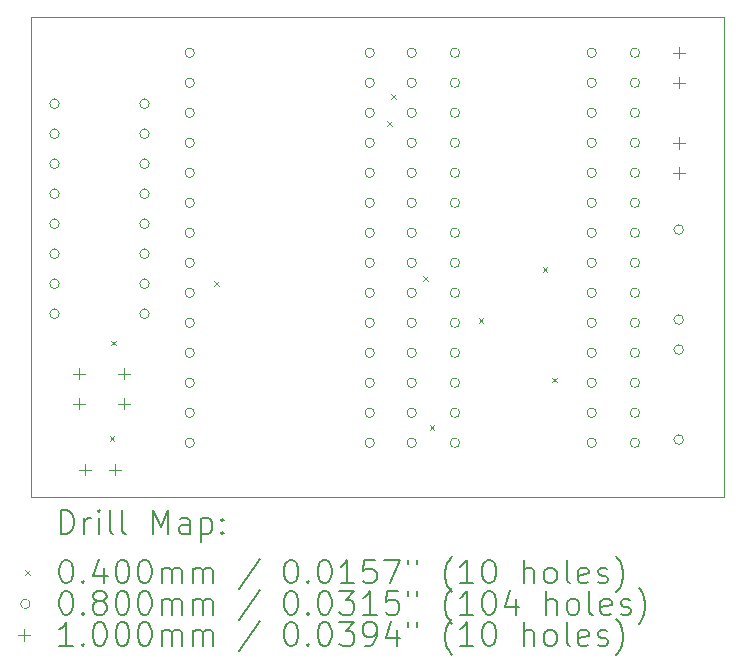
<source format=gbr>
%FSLAX45Y45*%
G04 Gerber Fmt 4.5, Leading zero omitted, Abs format (unit mm)*
G04 Created by KiCad (PCBNEW (6.0.5)) date 2024-04-20 13:37:29*
%MOMM*%
%LPD*%
G01*
G04 APERTURE LIST*
%TA.AperFunction,Profile*%
%ADD10C,0.100000*%
%TD*%
%ADD11C,0.200000*%
%ADD12C,0.040000*%
%ADD13C,0.080000*%
%ADD14C,0.100000*%
G04 APERTURE END LIST*
D10*
X16764000Y-8559800D02*
X16764000Y-12623800D01*
X16764000Y-12623800D02*
X10896600Y-12623800D01*
X10896600Y-8559800D02*
X16764000Y-8559800D01*
X10896600Y-12623800D02*
X10896600Y-8559800D01*
D11*
D12*
X11565430Y-12110630D02*
X11605430Y-12150630D01*
X11605430Y-12110630D02*
X11565430Y-12150630D01*
X11575360Y-11302790D02*
X11615360Y-11342790D01*
X11615360Y-11302790D02*
X11575360Y-11342790D01*
X12448740Y-10802660D02*
X12488740Y-10842660D01*
X12488740Y-10802660D02*
X12448740Y-10842660D01*
X13915730Y-9446030D02*
X13955730Y-9486030D01*
X13955730Y-9446030D02*
X13915730Y-9486030D01*
X13949950Y-9214610D02*
X13989950Y-9254610D01*
X13989950Y-9214610D02*
X13949950Y-9254610D01*
X14220760Y-10755930D02*
X14260760Y-10795930D01*
X14260760Y-10755930D02*
X14220760Y-10795930D01*
X14273790Y-12021100D02*
X14313790Y-12061100D01*
X14313790Y-12021100D02*
X14273790Y-12061100D01*
X14689850Y-11113820D02*
X14729850Y-11153820D01*
X14729850Y-11113820D02*
X14689850Y-11153820D01*
X15230640Y-10683240D02*
X15270640Y-10723240D01*
X15270640Y-10683240D02*
X15230640Y-10723240D01*
X15309700Y-11615910D02*
X15349700Y-11655910D01*
X15349700Y-11615910D02*
X15309700Y-11655910D01*
D13*
X11138800Y-9297400D02*
G75*
G03*
X11138800Y-9297400I-40000J0D01*
G01*
X11138800Y-9551400D02*
G75*
G03*
X11138800Y-9551400I-40000J0D01*
G01*
X11138800Y-9805400D02*
G75*
G03*
X11138800Y-9805400I-40000J0D01*
G01*
X11138800Y-10059400D02*
G75*
G03*
X11138800Y-10059400I-40000J0D01*
G01*
X11138800Y-10313400D02*
G75*
G03*
X11138800Y-10313400I-40000J0D01*
G01*
X11138800Y-10567400D02*
G75*
G03*
X11138800Y-10567400I-40000J0D01*
G01*
X11138800Y-10821400D02*
G75*
G03*
X11138800Y-10821400I-40000J0D01*
G01*
X11138800Y-11075400D02*
G75*
G03*
X11138800Y-11075400I-40000J0D01*
G01*
X11900800Y-9297400D02*
G75*
G03*
X11900800Y-9297400I-40000J0D01*
G01*
X11900800Y-9551400D02*
G75*
G03*
X11900800Y-9551400I-40000J0D01*
G01*
X11900800Y-9805400D02*
G75*
G03*
X11900800Y-9805400I-40000J0D01*
G01*
X11900800Y-10059400D02*
G75*
G03*
X11900800Y-10059400I-40000J0D01*
G01*
X11900800Y-10313400D02*
G75*
G03*
X11900800Y-10313400I-40000J0D01*
G01*
X11900800Y-10567400D02*
G75*
G03*
X11900800Y-10567400I-40000J0D01*
G01*
X11900800Y-10821400D02*
G75*
G03*
X11900800Y-10821400I-40000J0D01*
G01*
X11900800Y-11075400D02*
G75*
G03*
X11900800Y-11075400I-40000J0D01*
G01*
X12283300Y-8866100D02*
G75*
G03*
X12283300Y-8866100I-40000J0D01*
G01*
X12283300Y-9120100D02*
G75*
G03*
X12283300Y-9120100I-40000J0D01*
G01*
X12283300Y-9374100D02*
G75*
G03*
X12283300Y-9374100I-40000J0D01*
G01*
X12283300Y-9628100D02*
G75*
G03*
X12283300Y-9628100I-40000J0D01*
G01*
X12283300Y-9882100D02*
G75*
G03*
X12283300Y-9882100I-40000J0D01*
G01*
X12283300Y-10136100D02*
G75*
G03*
X12283300Y-10136100I-40000J0D01*
G01*
X12283300Y-10390100D02*
G75*
G03*
X12283300Y-10390100I-40000J0D01*
G01*
X12283300Y-10644100D02*
G75*
G03*
X12283300Y-10644100I-40000J0D01*
G01*
X12283300Y-10898100D02*
G75*
G03*
X12283300Y-10898100I-40000J0D01*
G01*
X12283300Y-11152100D02*
G75*
G03*
X12283300Y-11152100I-40000J0D01*
G01*
X12283300Y-11406100D02*
G75*
G03*
X12283300Y-11406100I-40000J0D01*
G01*
X12283300Y-11660100D02*
G75*
G03*
X12283300Y-11660100I-40000J0D01*
G01*
X12283300Y-11914100D02*
G75*
G03*
X12283300Y-11914100I-40000J0D01*
G01*
X12283300Y-12168100D02*
G75*
G03*
X12283300Y-12168100I-40000J0D01*
G01*
X13807300Y-8866100D02*
G75*
G03*
X13807300Y-8866100I-40000J0D01*
G01*
X13807300Y-9120100D02*
G75*
G03*
X13807300Y-9120100I-40000J0D01*
G01*
X13807300Y-9374100D02*
G75*
G03*
X13807300Y-9374100I-40000J0D01*
G01*
X13807300Y-9628100D02*
G75*
G03*
X13807300Y-9628100I-40000J0D01*
G01*
X13807300Y-9882100D02*
G75*
G03*
X13807300Y-9882100I-40000J0D01*
G01*
X13807300Y-10136100D02*
G75*
G03*
X13807300Y-10136100I-40000J0D01*
G01*
X13807300Y-10390100D02*
G75*
G03*
X13807300Y-10390100I-40000J0D01*
G01*
X13807300Y-10644100D02*
G75*
G03*
X13807300Y-10644100I-40000J0D01*
G01*
X13807300Y-10898100D02*
G75*
G03*
X13807300Y-10898100I-40000J0D01*
G01*
X13807300Y-11152100D02*
G75*
G03*
X13807300Y-11152100I-40000J0D01*
G01*
X13807300Y-11406100D02*
G75*
G03*
X13807300Y-11406100I-40000J0D01*
G01*
X13807300Y-11660100D02*
G75*
G03*
X13807300Y-11660100I-40000J0D01*
G01*
X13807300Y-11914100D02*
G75*
G03*
X13807300Y-11914100I-40000J0D01*
G01*
X13807300Y-12168100D02*
G75*
G03*
X13807300Y-12168100I-40000J0D01*
G01*
X14162900Y-8866100D02*
G75*
G03*
X14162900Y-8866100I-40000J0D01*
G01*
X14162900Y-9120100D02*
G75*
G03*
X14162900Y-9120100I-40000J0D01*
G01*
X14162900Y-9374100D02*
G75*
G03*
X14162900Y-9374100I-40000J0D01*
G01*
X14162900Y-9628100D02*
G75*
G03*
X14162900Y-9628100I-40000J0D01*
G01*
X14162900Y-9882100D02*
G75*
G03*
X14162900Y-9882100I-40000J0D01*
G01*
X14162900Y-10136100D02*
G75*
G03*
X14162900Y-10136100I-40000J0D01*
G01*
X14162900Y-10390100D02*
G75*
G03*
X14162900Y-10390100I-40000J0D01*
G01*
X14162900Y-10644100D02*
G75*
G03*
X14162900Y-10644100I-40000J0D01*
G01*
X14162900Y-10898100D02*
G75*
G03*
X14162900Y-10898100I-40000J0D01*
G01*
X14162900Y-11152100D02*
G75*
G03*
X14162900Y-11152100I-40000J0D01*
G01*
X14162900Y-11406100D02*
G75*
G03*
X14162900Y-11406100I-40000J0D01*
G01*
X14162900Y-11660100D02*
G75*
G03*
X14162900Y-11660100I-40000J0D01*
G01*
X14162900Y-11914100D02*
G75*
G03*
X14162900Y-11914100I-40000J0D01*
G01*
X14162900Y-12168100D02*
G75*
G03*
X14162900Y-12168100I-40000J0D01*
G01*
X14528100Y-8866100D02*
G75*
G03*
X14528100Y-8866100I-40000J0D01*
G01*
X14528100Y-9120100D02*
G75*
G03*
X14528100Y-9120100I-40000J0D01*
G01*
X14528100Y-9374100D02*
G75*
G03*
X14528100Y-9374100I-40000J0D01*
G01*
X14528100Y-9628100D02*
G75*
G03*
X14528100Y-9628100I-40000J0D01*
G01*
X14528100Y-9882100D02*
G75*
G03*
X14528100Y-9882100I-40000J0D01*
G01*
X14528100Y-10136100D02*
G75*
G03*
X14528100Y-10136100I-40000J0D01*
G01*
X14528100Y-10390100D02*
G75*
G03*
X14528100Y-10390100I-40000J0D01*
G01*
X14528100Y-10644100D02*
G75*
G03*
X14528100Y-10644100I-40000J0D01*
G01*
X14528100Y-10898100D02*
G75*
G03*
X14528100Y-10898100I-40000J0D01*
G01*
X14528100Y-11152100D02*
G75*
G03*
X14528100Y-11152100I-40000J0D01*
G01*
X14528100Y-11406100D02*
G75*
G03*
X14528100Y-11406100I-40000J0D01*
G01*
X14528100Y-11660100D02*
G75*
G03*
X14528100Y-11660100I-40000J0D01*
G01*
X14528100Y-11914100D02*
G75*
G03*
X14528100Y-11914100I-40000J0D01*
G01*
X14528100Y-12168100D02*
G75*
G03*
X14528100Y-12168100I-40000J0D01*
G01*
X15686900Y-8866100D02*
G75*
G03*
X15686900Y-8866100I-40000J0D01*
G01*
X15686900Y-9120100D02*
G75*
G03*
X15686900Y-9120100I-40000J0D01*
G01*
X15686900Y-9374100D02*
G75*
G03*
X15686900Y-9374100I-40000J0D01*
G01*
X15686900Y-9628100D02*
G75*
G03*
X15686900Y-9628100I-40000J0D01*
G01*
X15686900Y-9882100D02*
G75*
G03*
X15686900Y-9882100I-40000J0D01*
G01*
X15686900Y-10136100D02*
G75*
G03*
X15686900Y-10136100I-40000J0D01*
G01*
X15686900Y-10390100D02*
G75*
G03*
X15686900Y-10390100I-40000J0D01*
G01*
X15686900Y-10644100D02*
G75*
G03*
X15686900Y-10644100I-40000J0D01*
G01*
X15686900Y-10898100D02*
G75*
G03*
X15686900Y-10898100I-40000J0D01*
G01*
X15686900Y-11152100D02*
G75*
G03*
X15686900Y-11152100I-40000J0D01*
G01*
X15686900Y-11406100D02*
G75*
G03*
X15686900Y-11406100I-40000J0D01*
G01*
X15686900Y-11660100D02*
G75*
G03*
X15686900Y-11660100I-40000J0D01*
G01*
X15686900Y-11914100D02*
G75*
G03*
X15686900Y-11914100I-40000J0D01*
G01*
X15686900Y-12168100D02*
G75*
G03*
X15686900Y-12168100I-40000J0D01*
G01*
X16052100Y-8866100D02*
G75*
G03*
X16052100Y-8866100I-40000J0D01*
G01*
X16052100Y-9120100D02*
G75*
G03*
X16052100Y-9120100I-40000J0D01*
G01*
X16052100Y-9374100D02*
G75*
G03*
X16052100Y-9374100I-40000J0D01*
G01*
X16052100Y-9628100D02*
G75*
G03*
X16052100Y-9628100I-40000J0D01*
G01*
X16052100Y-9882100D02*
G75*
G03*
X16052100Y-9882100I-40000J0D01*
G01*
X16052100Y-10136100D02*
G75*
G03*
X16052100Y-10136100I-40000J0D01*
G01*
X16052100Y-10390100D02*
G75*
G03*
X16052100Y-10390100I-40000J0D01*
G01*
X16052100Y-10644100D02*
G75*
G03*
X16052100Y-10644100I-40000J0D01*
G01*
X16052100Y-10898100D02*
G75*
G03*
X16052100Y-10898100I-40000J0D01*
G01*
X16052100Y-11152100D02*
G75*
G03*
X16052100Y-11152100I-40000J0D01*
G01*
X16052100Y-11406100D02*
G75*
G03*
X16052100Y-11406100I-40000J0D01*
G01*
X16052100Y-11660100D02*
G75*
G03*
X16052100Y-11660100I-40000J0D01*
G01*
X16052100Y-11914100D02*
G75*
G03*
X16052100Y-11914100I-40000J0D01*
G01*
X16052100Y-12168100D02*
G75*
G03*
X16052100Y-12168100I-40000J0D01*
G01*
X16423000Y-10363200D02*
G75*
G03*
X16423000Y-10363200I-40000J0D01*
G01*
X16423000Y-11125200D02*
G75*
G03*
X16423000Y-11125200I-40000J0D01*
G01*
X16423000Y-11379200D02*
G75*
G03*
X16423000Y-11379200I-40000J0D01*
G01*
X16423000Y-12141200D02*
G75*
G03*
X16423000Y-12141200I-40000J0D01*
G01*
D14*
X11303000Y-11531900D02*
X11303000Y-11631900D01*
X11253000Y-11581900D02*
X11353000Y-11581900D01*
X11303000Y-11785900D02*
X11303000Y-11885900D01*
X11253000Y-11835900D02*
X11353000Y-11835900D01*
X11353800Y-12345200D02*
X11353800Y-12445200D01*
X11303800Y-12395200D02*
X11403800Y-12395200D01*
X11607800Y-12345200D02*
X11607800Y-12445200D01*
X11557800Y-12395200D02*
X11657800Y-12395200D01*
X11684000Y-11531900D02*
X11684000Y-11631900D01*
X11634000Y-11581900D02*
X11734000Y-11581900D01*
X11684000Y-11785900D02*
X11684000Y-11885900D01*
X11634000Y-11835900D02*
X11734000Y-11835900D01*
X16383000Y-8814600D02*
X16383000Y-8914600D01*
X16333000Y-8864600D02*
X16433000Y-8864600D01*
X16383000Y-9068600D02*
X16383000Y-9168600D01*
X16333000Y-9118600D02*
X16433000Y-9118600D01*
X16383000Y-9577100D02*
X16383000Y-9677100D01*
X16333000Y-9627100D02*
X16433000Y-9627100D01*
X16383000Y-9831100D02*
X16383000Y-9931100D01*
X16333000Y-9881100D02*
X16433000Y-9881100D01*
D11*
X11149219Y-12939276D02*
X11149219Y-12739276D01*
X11196838Y-12739276D01*
X11225409Y-12748800D01*
X11244457Y-12767848D01*
X11253981Y-12786895D01*
X11263505Y-12824990D01*
X11263505Y-12853562D01*
X11253981Y-12891657D01*
X11244457Y-12910705D01*
X11225409Y-12929752D01*
X11196838Y-12939276D01*
X11149219Y-12939276D01*
X11349219Y-12939276D02*
X11349219Y-12805943D01*
X11349219Y-12844038D02*
X11358743Y-12824990D01*
X11368267Y-12815467D01*
X11387314Y-12805943D01*
X11406362Y-12805943D01*
X11473028Y-12939276D02*
X11473028Y-12805943D01*
X11473028Y-12739276D02*
X11463505Y-12748800D01*
X11473028Y-12758324D01*
X11482552Y-12748800D01*
X11473028Y-12739276D01*
X11473028Y-12758324D01*
X11596838Y-12939276D02*
X11577790Y-12929752D01*
X11568267Y-12910705D01*
X11568267Y-12739276D01*
X11701600Y-12939276D02*
X11682552Y-12929752D01*
X11673028Y-12910705D01*
X11673028Y-12739276D01*
X11930171Y-12939276D02*
X11930171Y-12739276D01*
X11996838Y-12882133D01*
X12063505Y-12739276D01*
X12063505Y-12939276D01*
X12244457Y-12939276D02*
X12244457Y-12834514D01*
X12234933Y-12815467D01*
X12215886Y-12805943D01*
X12177790Y-12805943D01*
X12158743Y-12815467D01*
X12244457Y-12929752D02*
X12225409Y-12939276D01*
X12177790Y-12939276D01*
X12158743Y-12929752D01*
X12149219Y-12910705D01*
X12149219Y-12891657D01*
X12158743Y-12872609D01*
X12177790Y-12863086D01*
X12225409Y-12863086D01*
X12244457Y-12853562D01*
X12339695Y-12805943D02*
X12339695Y-13005943D01*
X12339695Y-12815467D02*
X12358743Y-12805943D01*
X12396838Y-12805943D01*
X12415886Y-12815467D01*
X12425409Y-12824990D01*
X12434933Y-12844038D01*
X12434933Y-12901181D01*
X12425409Y-12920228D01*
X12415886Y-12929752D01*
X12396838Y-12939276D01*
X12358743Y-12939276D01*
X12339695Y-12929752D01*
X12520648Y-12920228D02*
X12530171Y-12929752D01*
X12520648Y-12939276D01*
X12511124Y-12929752D01*
X12520648Y-12920228D01*
X12520648Y-12939276D01*
X12520648Y-12815467D02*
X12530171Y-12824990D01*
X12520648Y-12834514D01*
X12511124Y-12824990D01*
X12520648Y-12815467D01*
X12520648Y-12834514D01*
D12*
X10851600Y-13248800D02*
X10891600Y-13288800D01*
X10891600Y-13248800D02*
X10851600Y-13288800D01*
D11*
X11187314Y-13159276D02*
X11206362Y-13159276D01*
X11225409Y-13168800D01*
X11234933Y-13178324D01*
X11244457Y-13197371D01*
X11253981Y-13235467D01*
X11253981Y-13283086D01*
X11244457Y-13321181D01*
X11234933Y-13340228D01*
X11225409Y-13349752D01*
X11206362Y-13359276D01*
X11187314Y-13359276D01*
X11168267Y-13349752D01*
X11158743Y-13340228D01*
X11149219Y-13321181D01*
X11139695Y-13283086D01*
X11139695Y-13235467D01*
X11149219Y-13197371D01*
X11158743Y-13178324D01*
X11168267Y-13168800D01*
X11187314Y-13159276D01*
X11339695Y-13340228D02*
X11349219Y-13349752D01*
X11339695Y-13359276D01*
X11330171Y-13349752D01*
X11339695Y-13340228D01*
X11339695Y-13359276D01*
X11520648Y-13225943D02*
X11520648Y-13359276D01*
X11473028Y-13149752D02*
X11425409Y-13292609D01*
X11549219Y-13292609D01*
X11663505Y-13159276D02*
X11682552Y-13159276D01*
X11701600Y-13168800D01*
X11711124Y-13178324D01*
X11720648Y-13197371D01*
X11730171Y-13235467D01*
X11730171Y-13283086D01*
X11720648Y-13321181D01*
X11711124Y-13340228D01*
X11701600Y-13349752D01*
X11682552Y-13359276D01*
X11663505Y-13359276D01*
X11644457Y-13349752D01*
X11634933Y-13340228D01*
X11625409Y-13321181D01*
X11615886Y-13283086D01*
X11615886Y-13235467D01*
X11625409Y-13197371D01*
X11634933Y-13178324D01*
X11644457Y-13168800D01*
X11663505Y-13159276D01*
X11853981Y-13159276D02*
X11873028Y-13159276D01*
X11892076Y-13168800D01*
X11901600Y-13178324D01*
X11911124Y-13197371D01*
X11920648Y-13235467D01*
X11920648Y-13283086D01*
X11911124Y-13321181D01*
X11901600Y-13340228D01*
X11892076Y-13349752D01*
X11873028Y-13359276D01*
X11853981Y-13359276D01*
X11834933Y-13349752D01*
X11825409Y-13340228D01*
X11815886Y-13321181D01*
X11806362Y-13283086D01*
X11806362Y-13235467D01*
X11815886Y-13197371D01*
X11825409Y-13178324D01*
X11834933Y-13168800D01*
X11853981Y-13159276D01*
X12006362Y-13359276D02*
X12006362Y-13225943D01*
X12006362Y-13244990D02*
X12015886Y-13235467D01*
X12034933Y-13225943D01*
X12063505Y-13225943D01*
X12082552Y-13235467D01*
X12092076Y-13254514D01*
X12092076Y-13359276D01*
X12092076Y-13254514D02*
X12101600Y-13235467D01*
X12120648Y-13225943D01*
X12149219Y-13225943D01*
X12168267Y-13235467D01*
X12177790Y-13254514D01*
X12177790Y-13359276D01*
X12273028Y-13359276D02*
X12273028Y-13225943D01*
X12273028Y-13244990D02*
X12282552Y-13235467D01*
X12301600Y-13225943D01*
X12330171Y-13225943D01*
X12349219Y-13235467D01*
X12358743Y-13254514D01*
X12358743Y-13359276D01*
X12358743Y-13254514D02*
X12368267Y-13235467D01*
X12387314Y-13225943D01*
X12415886Y-13225943D01*
X12434933Y-13235467D01*
X12444457Y-13254514D01*
X12444457Y-13359276D01*
X12834933Y-13149752D02*
X12663505Y-13406895D01*
X13092076Y-13159276D02*
X13111124Y-13159276D01*
X13130171Y-13168800D01*
X13139695Y-13178324D01*
X13149219Y-13197371D01*
X13158743Y-13235467D01*
X13158743Y-13283086D01*
X13149219Y-13321181D01*
X13139695Y-13340228D01*
X13130171Y-13349752D01*
X13111124Y-13359276D01*
X13092076Y-13359276D01*
X13073028Y-13349752D01*
X13063505Y-13340228D01*
X13053981Y-13321181D01*
X13044457Y-13283086D01*
X13044457Y-13235467D01*
X13053981Y-13197371D01*
X13063505Y-13178324D01*
X13073028Y-13168800D01*
X13092076Y-13159276D01*
X13244457Y-13340228D02*
X13253981Y-13349752D01*
X13244457Y-13359276D01*
X13234933Y-13349752D01*
X13244457Y-13340228D01*
X13244457Y-13359276D01*
X13377790Y-13159276D02*
X13396838Y-13159276D01*
X13415886Y-13168800D01*
X13425409Y-13178324D01*
X13434933Y-13197371D01*
X13444457Y-13235467D01*
X13444457Y-13283086D01*
X13434933Y-13321181D01*
X13425409Y-13340228D01*
X13415886Y-13349752D01*
X13396838Y-13359276D01*
X13377790Y-13359276D01*
X13358743Y-13349752D01*
X13349219Y-13340228D01*
X13339695Y-13321181D01*
X13330171Y-13283086D01*
X13330171Y-13235467D01*
X13339695Y-13197371D01*
X13349219Y-13178324D01*
X13358743Y-13168800D01*
X13377790Y-13159276D01*
X13634933Y-13359276D02*
X13520648Y-13359276D01*
X13577790Y-13359276D02*
X13577790Y-13159276D01*
X13558743Y-13187848D01*
X13539695Y-13206895D01*
X13520648Y-13216419D01*
X13815886Y-13159276D02*
X13720648Y-13159276D01*
X13711124Y-13254514D01*
X13720648Y-13244990D01*
X13739695Y-13235467D01*
X13787314Y-13235467D01*
X13806362Y-13244990D01*
X13815886Y-13254514D01*
X13825409Y-13273562D01*
X13825409Y-13321181D01*
X13815886Y-13340228D01*
X13806362Y-13349752D01*
X13787314Y-13359276D01*
X13739695Y-13359276D01*
X13720648Y-13349752D01*
X13711124Y-13340228D01*
X13892076Y-13159276D02*
X14025409Y-13159276D01*
X13939695Y-13359276D01*
X14092076Y-13159276D02*
X14092076Y-13197371D01*
X14168267Y-13159276D02*
X14168267Y-13197371D01*
X14463505Y-13435467D02*
X14453981Y-13425943D01*
X14434933Y-13397371D01*
X14425409Y-13378324D01*
X14415886Y-13349752D01*
X14406362Y-13302133D01*
X14406362Y-13264038D01*
X14415886Y-13216419D01*
X14425409Y-13187848D01*
X14434933Y-13168800D01*
X14453981Y-13140228D01*
X14463505Y-13130705D01*
X14644457Y-13359276D02*
X14530171Y-13359276D01*
X14587314Y-13359276D02*
X14587314Y-13159276D01*
X14568267Y-13187848D01*
X14549219Y-13206895D01*
X14530171Y-13216419D01*
X14768267Y-13159276D02*
X14787314Y-13159276D01*
X14806362Y-13168800D01*
X14815886Y-13178324D01*
X14825409Y-13197371D01*
X14834933Y-13235467D01*
X14834933Y-13283086D01*
X14825409Y-13321181D01*
X14815886Y-13340228D01*
X14806362Y-13349752D01*
X14787314Y-13359276D01*
X14768267Y-13359276D01*
X14749219Y-13349752D01*
X14739695Y-13340228D01*
X14730171Y-13321181D01*
X14720648Y-13283086D01*
X14720648Y-13235467D01*
X14730171Y-13197371D01*
X14739695Y-13178324D01*
X14749219Y-13168800D01*
X14768267Y-13159276D01*
X15073028Y-13359276D02*
X15073028Y-13159276D01*
X15158743Y-13359276D02*
X15158743Y-13254514D01*
X15149219Y-13235467D01*
X15130171Y-13225943D01*
X15101600Y-13225943D01*
X15082552Y-13235467D01*
X15073028Y-13244990D01*
X15282552Y-13359276D02*
X15263505Y-13349752D01*
X15253981Y-13340228D01*
X15244457Y-13321181D01*
X15244457Y-13264038D01*
X15253981Y-13244990D01*
X15263505Y-13235467D01*
X15282552Y-13225943D01*
X15311124Y-13225943D01*
X15330171Y-13235467D01*
X15339695Y-13244990D01*
X15349219Y-13264038D01*
X15349219Y-13321181D01*
X15339695Y-13340228D01*
X15330171Y-13349752D01*
X15311124Y-13359276D01*
X15282552Y-13359276D01*
X15463505Y-13359276D02*
X15444457Y-13349752D01*
X15434933Y-13330705D01*
X15434933Y-13159276D01*
X15615886Y-13349752D02*
X15596838Y-13359276D01*
X15558743Y-13359276D01*
X15539695Y-13349752D01*
X15530171Y-13330705D01*
X15530171Y-13254514D01*
X15539695Y-13235467D01*
X15558743Y-13225943D01*
X15596838Y-13225943D01*
X15615886Y-13235467D01*
X15625409Y-13254514D01*
X15625409Y-13273562D01*
X15530171Y-13292609D01*
X15701600Y-13349752D02*
X15720648Y-13359276D01*
X15758743Y-13359276D01*
X15777790Y-13349752D01*
X15787314Y-13330705D01*
X15787314Y-13321181D01*
X15777790Y-13302133D01*
X15758743Y-13292609D01*
X15730171Y-13292609D01*
X15711124Y-13283086D01*
X15701600Y-13264038D01*
X15701600Y-13254514D01*
X15711124Y-13235467D01*
X15730171Y-13225943D01*
X15758743Y-13225943D01*
X15777790Y-13235467D01*
X15853981Y-13435467D02*
X15863505Y-13425943D01*
X15882552Y-13397371D01*
X15892076Y-13378324D01*
X15901600Y-13349752D01*
X15911124Y-13302133D01*
X15911124Y-13264038D01*
X15901600Y-13216419D01*
X15892076Y-13187848D01*
X15882552Y-13168800D01*
X15863505Y-13140228D01*
X15853981Y-13130705D01*
D13*
X10891600Y-13532800D02*
G75*
G03*
X10891600Y-13532800I-40000J0D01*
G01*
D11*
X11187314Y-13423276D02*
X11206362Y-13423276D01*
X11225409Y-13432800D01*
X11234933Y-13442324D01*
X11244457Y-13461371D01*
X11253981Y-13499467D01*
X11253981Y-13547086D01*
X11244457Y-13585181D01*
X11234933Y-13604228D01*
X11225409Y-13613752D01*
X11206362Y-13623276D01*
X11187314Y-13623276D01*
X11168267Y-13613752D01*
X11158743Y-13604228D01*
X11149219Y-13585181D01*
X11139695Y-13547086D01*
X11139695Y-13499467D01*
X11149219Y-13461371D01*
X11158743Y-13442324D01*
X11168267Y-13432800D01*
X11187314Y-13423276D01*
X11339695Y-13604228D02*
X11349219Y-13613752D01*
X11339695Y-13623276D01*
X11330171Y-13613752D01*
X11339695Y-13604228D01*
X11339695Y-13623276D01*
X11463505Y-13508990D02*
X11444457Y-13499467D01*
X11434933Y-13489943D01*
X11425409Y-13470895D01*
X11425409Y-13461371D01*
X11434933Y-13442324D01*
X11444457Y-13432800D01*
X11463505Y-13423276D01*
X11501600Y-13423276D01*
X11520648Y-13432800D01*
X11530171Y-13442324D01*
X11539695Y-13461371D01*
X11539695Y-13470895D01*
X11530171Y-13489943D01*
X11520648Y-13499467D01*
X11501600Y-13508990D01*
X11463505Y-13508990D01*
X11444457Y-13518514D01*
X11434933Y-13528038D01*
X11425409Y-13547086D01*
X11425409Y-13585181D01*
X11434933Y-13604228D01*
X11444457Y-13613752D01*
X11463505Y-13623276D01*
X11501600Y-13623276D01*
X11520648Y-13613752D01*
X11530171Y-13604228D01*
X11539695Y-13585181D01*
X11539695Y-13547086D01*
X11530171Y-13528038D01*
X11520648Y-13518514D01*
X11501600Y-13508990D01*
X11663505Y-13423276D02*
X11682552Y-13423276D01*
X11701600Y-13432800D01*
X11711124Y-13442324D01*
X11720648Y-13461371D01*
X11730171Y-13499467D01*
X11730171Y-13547086D01*
X11720648Y-13585181D01*
X11711124Y-13604228D01*
X11701600Y-13613752D01*
X11682552Y-13623276D01*
X11663505Y-13623276D01*
X11644457Y-13613752D01*
X11634933Y-13604228D01*
X11625409Y-13585181D01*
X11615886Y-13547086D01*
X11615886Y-13499467D01*
X11625409Y-13461371D01*
X11634933Y-13442324D01*
X11644457Y-13432800D01*
X11663505Y-13423276D01*
X11853981Y-13423276D02*
X11873028Y-13423276D01*
X11892076Y-13432800D01*
X11901600Y-13442324D01*
X11911124Y-13461371D01*
X11920648Y-13499467D01*
X11920648Y-13547086D01*
X11911124Y-13585181D01*
X11901600Y-13604228D01*
X11892076Y-13613752D01*
X11873028Y-13623276D01*
X11853981Y-13623276D01*
X11834933Y-13613752D01*
X11825409Y-13604228D01*
X11815886Y-13585181D01*
X11806362Y-13547086D01*
X11806362Y-13499467D01*
X11815886Y-13461371D01*
X11825409Y-13442324D01*
X11834933Y-13432800D01*
X11853981Y-13423276D01*
X12006362Y-13623276D02*
X12006362Y-13489943D01*
X12006362Y-13508990D02*
X12015886Y-13499467D01*
X12034933Y-13489943D01*
X12063505Y-13489943D01*
X12082552Y-13499467D01*
X12092076Y-13518514D01*
X12092076Y-13623276D01*
X12092076Y-13518514D02*
X12101600Y-13499467D01*
X12120648Y-13489943D01*
X12149219Y-13489943D01*
X12168267Y-13499467D01*
X12177790Y-13518514D01*
X12177790Y-13623276D01*
X12273028Y-13623276D02*
X12273028Y-13489943D01*
X12273028Y-13508990D02*
X12282552Y-13499467D01*
X12301600Y-13489943D01*
X12330171Y-13489943D01*
X12349219Y-13499467D01*
X12358743Y-13518514D01*
X12358743Y-13623276D01*
X12358743Y-13518514D02*
X12368267Y-13499467D01*
X12387314Y-13489943D01*
X12415886Y-13489943D01*
X12434933Y-13499467D01*
X12444457Y-13518514D01*
X12444457Y-13623276D01*
X12834933Y-13413752D02*
X12663505Y-13670895D01*
X13092076Y-13423276D02*
X13111124Y-13423276D01*
X13130171Y-13432800D01*
X13139695Y-13442324D01*
X13149219Y-13461371D01*
X13158743Y-13499467D01*
X13158743Y-13547086D01*
X13149219Y-13585181D01*
X13139695Y-13604228D01*
X13130171Y-13613752D01*
X13111124Y-13623276D01*
X13092076Y-13623276D01*
X13073028Y-13613752D01*
X13063505Y-13604228D01*
X13053981Y-13585181D01*
X13044457Y-13547086D01*
X13044457Y-13499467D01*
X13053981Y-13461371D01*
X13063505Y-13442324D01*
X13073028Y-13432800D01*
X13092076Y-13423276D01*
X13244457Y-13604228D02*
X13253981Y-13613752D01*
X13244457Y-13623276D01*
X13234933Y-13613752D01*
X13244457Y-13604228D01*
X13244457Y-13623276D01*
X13377790Y-13423276D02*
X13396838Y-13423276D01*
X13415886Y-13432800D01*
X13425409Y-13442324D01*
X13434933Y-13461371D01*
X13444457Y-13499467D01*
X13444457Y-13547086D01*
X13434933Y-13585181D01*
X13425409Y-13604228D01*
X13415886Y-13613752D01*
X13396838Y-13623276D01*
X13377790Y-13623276D01*
X13358743Y-13613752D01*
X13349219Y-13604228D01*
X13339695Y-13585181D01*
X13330171Y-13547086D01*
X13330171Y-13499467D01*
X13339695Y-13461371D01*
X13349219Y-13442324D01*
X13358743Y-13432800D01*
X13377790Y-13423276D01*
X13511124Y-13423276D02*
X13634933Y-13423276D01*
X13568267Y-13499467D01*
X13596838Y-13499467D01*
X13615886Y-13508990D01*
X13625409Y-13518514D01*
X13634933Y-13537562D01*
X13634933Y-13585181D01*
X13625409Y-13604228D01*
X13615886Y-13613752D01*
X13596838Y-13623276D01*
X13539695Y-13623276D01*
X13520648Y-13613752D01*
X13511124Y-13604228D01*
X13825409Y-13623276D02*
X13711124Y-13623276D01*
X13768267Y-13623276D02*
X13768267Y-13423276D01*
X13749219Y-13451848D01*
X13730171Y-13470895D01*
X13711124Y-13480419D01*
X14006362Y-13423276D02*
X13911124Y-13423276D01*
X13901600Y-13518514D01*
X13911124Y-13508990D01*
X13930171Y-13499467D01*
X13977790Y-13499467D01*
X13996838Y-13508990D01*
X14006362Y-13518514D01*
X14015886Y-13537562D01*
X14015886Y-13585181D01*
X14006362Y-13604228D01*
X13996838Y-13613752D01*
X13977790Y-13623276D01*
X13930171Y-13623276D01*
X13911124Y-13613752D01*
X13901600Y-13604228D01*
X14092076Y-13423276D02*
X14092076Y-13461371D01*
X14168267Y-13423276D02*
X14168267Y-13461371D01*
X14463505Y-13699467D02*
X14453981Y-13689943D01*
X14434933Y-13661371D01*
X14425409Y-13642324D01*
X14415886Y-13613752D01*
X14406362Y-13566133D01*
X14406362Y-13528038D01*
X14415886Y-13480419D01*
X14425409Y-13451848D01*
X14434933Y-13432800D01*
X14453981Y-13404228D01*
X14463505Y-13394705D01*
X14644457Y-13623276D02*
X14530171Y-13623276D01*
X14587314Y-13623276D02*
X14587314Y-13423276D01*
X14568267Y-13451848D01*
X14549219Y-13470895D01*
X14530171Y-13480419D01*
X14768267Y-13423276D02*
X14787314Y-13423276D01*
X14806362Y-13432800D01*
X14815886Y-13442324D01*
X14825409Y-13461371D01*
X14834933Y-13499467D01*
X14834933Y-13547086D01*
X14825409Y-13585181D01*
X14815886Y-13604228D01*
X14806362Y-13613752D01*
X14787314Y-13623276D01*
X14768267Y-13623276D01*
X14749219Y-13613752D01*
X14739695Y-13604228D01*
X14730171Y-13585181D01*
X14720648Y-13547086D01*
X14720648Y-13499467D01*
X14730171Y-13461371D01*
X14739695Y-13442324D01*
X14749219Y-13432800D01*
X14768267Y-13423276D01*
X15006362Y-13489943D02*
X15006362Y-13623276D01*
X14958743Y-13413752D02*
X14911124Y-13556609D01*
X15034933Y-13556609D01*
X15263505Y-13623276D02*
X15263505Y-13423276D01*
X15349219Y-13623276D02*
X15349219Y-13518514D01*
X15339695Y-13499467D01*
X15320648Y-13489943D01*
X15292076Y-13489943D01*
X15273028Y-13499467D01*
X15263505Y-13508990D01*
X15473028Y-13623276D02*
X15453981Y-13613752D01*
X15444457Y-13604228D01*
X15434933Y-13585181D01*
X15434933Y-13528038D01*
X15444457Y-13508990D01*
X15453981Y-13499467D01*
X15473028Y-13489943D01*
X15501600Y-13489943D01*
X15520648Y-13499467D01*
X15530171Y-13508990D01*
X15539695Y-13528038D01*
X15539695Y-13585181D01*
X15530171Y-13604228D01*
X15520648Y-13613752D01*
X15501600Y-13623276D01*
X15473028Y-13623276D01*
X15653981Y-13623276D02*
X15634933Y-13613752D01*
X15625409Y-13594705D01*
X15625409Y-13423276D01*
X15806362Y-13613752D02*
X15787314Y-13623276D01*
X15749219Y-13623276D01*
X15730171Y-13613752D01*
X15720648Y-13594705D01*
X15720648Y-13518514D01*
X15730171Y-13499467D01*
X15749219Y-13489943D01*
X15787314Y-13489943D01*
X15806362Y-13499467D01*
X15815886Y-13518514D01*
X15815886Y-13537562D01*
X15720648Y-13556609D01*
X15892076Y-13613752D02*
X15911124Y-13623276D01*
X15949219Y-13623276D01*
X15968267Y-13613752D01*
X15977790Y-13594705D01*
X15977790Y-13585181D01*
X15968267Y-13566133D01*
X15949219Y-13556609D01*
X15920648Y-13556609D01*
X15901600Y-13547086D01*
X15892076Y-13528038D01*
X15892076Y-13518514D01*
X15901600Y-13499467D01*
X15920648Y-13489943D01*
X15949219Y-13489943D01*
X15968267Y-13499467D01*
X16044457Y-13699467D02*
X16053981Y-13689943D01*
X16073028Y-13661371D01*
X16082552Y-13642324D01*
X16092076Y-13613752D01*
X16101600Y-13566133D01*
X16101600Y-13528038D01*
X16092076Y-13480419D01*
X16082552Y-13451848D01*
X16073028Y-13432800D01*
X16053981Y-13404228D01*
X16044457Y-13394705D01*
D14*
X10841600Y-13746800D02*
X10841600Y-13846800D01*
X10791600Y-13796800D02*
X10891600Y-13796800D01*
D11*
X11253981Y-13887276D02*
X11139695Y-13887276D01*
X11196838Y-13887276D02*
X11196838Y-13687276D01*
X11177790Y-13715848D01*
X11158743Y-13734895D01*
X11139695Y-13744419D01*
X11339695Y-13868228D02*
X11349219Y-13877752D01*
X11339695Y-13887276D01*
X11330171Y-13877752D01*
X11339695Y-13868228D01*
X11339695Y-13887276D01*
X11473028Y-13687276D02*
X11492076Y-13687276D01*
X11511124Y-13696800D01*
X11520648Y-13706324D01*
X11530171Y-13725371D01*
X11539695Y-13763467D01*
X11539695Y-13811086D01*
X11530171Y-13849181D01*
X11520648Y-13868228D01*
X11511124Y-13877752D01*
X11492076Y-13887276D01*
X11473028Y-13887276D01*
X11453981Y-13877752D01*
X11444457Y-13868228D01*
X11434933Y-13849181D01*
X11425409Y-13811086D01*
X11425409Y-13763467D01*
X11434933Y-13725371D01*
X11444457Y-13706324D01*
X11453981Y-13696800D01*
X11473028Y-13687276D01*
X11663505Y-13687276D02*
X11682552Y-13687276D01*
X11701600Y-13696800D01*
X11711124Y-13706324D01*
X11720648Y-13725371D01*
X11730171Y-13763467D01*
X11730171Y-13811086D01*
X11720648Y-13849181D01*
X11711124Y-13868228D01*
X11701600Y-13877752D01*
X11682552Y-13887276D01*
X11663505Y-13887276D01*
X11644457Y-13877752D01*
X11634933Y-13868228D01*
X11625409Y-13849181D01*
X11615886Y-13811086D01*
X11615886Y-13763467D01*
X11625409Y-13725371D01*
X11634933Y-13706324D01*
X11644457Y-13696800D01*
X11663505Y-13687276D01*
X11853981Y-13687276D02*
X11873028Y-13687276D01*
X11892076Y-13696800D01*
X11901600Y-13706324D01*
X11911124Y-13725371D01*
X11920648Y-13763467D01*
X11920648Y-13811086D01*
X11911124Y-13849181D01*
X11901600Y-13868228D01*
X11892076Y-13877752D01*
X11873028Y-13887276D01*
X11853981Y-13887276D01*
X11834933Y-13877752D01*
X11825409Y-13868228D01*
X11815886Y-13849181D01*
X11806362Y-13811086D01*
X11806362Y-13763467D01*
X11815886Y-13725371D01*
X11825409Y-13706324D01*
X11834933Y-13696800D01*
X11853981Y-13687276D01*
X12006362Y-13887276D02*
X12006362Y-13753943D01*
X12006362Y-13772990D02*
X12015886Y-13763467D01*
X12034933Y-13753943D01*
X12063505Y-13753943D01*
X12082552Y-13763467D01*
X12092076Y-13782514D01*
X12092076Y-13887276D01*
X12092076Y-13782514D02*
X12101600Y-13763467D01*
X12120648Y-13753943D01*
X12149219Y-13753943D01*
X12168267Y-13763467D01*
X12177790Y-13782514D01*
X12177790Y-13887276D01*
X12273028Y-13887276D02*
X12273028Y-13753943D01*
X12273028Y-13772990D02*
X12282552Y-13763467D01*
X12301600Y-13753943D01*
X12330171Y-13753943D01*
X12349219Y-13763467D01*
X12358743Y-13782514D01*
X12358743Y-13887276D01*
X12358743Y-13782514D02*
X12368267Y-13763467D01*
X12387314Y-13753943D01*
X12415886Y-13753943D01*
X12434933Y-13763467D01*
X12444457Y-13782514D01*
X12444457Y-13887276D01*
X12834933Y-13677752D02*
X12663505Y-13934895D01*
X13092076Y-13687276D02*
X13111124Y-13687276D01*
X13130171Y-13696800D01*
X13139695Y-13706324D01*
X13149219Y-13725371D01*
X13158743Y-13763467D01*
X13158743Y-13811086D01*
X13149219Y-13849181D01*
X13139695Y-13868228D01*
X13130171Y-13877752D01*
X13111124Y-13887276D01*
X13092076Y-13887276D01*
X13073028Y-13877752D01*
X13063505Y-13868228D01*
X13053981Y-13849181D01*
X13044457Y-13811086D01*
X13044457Y-13763467D01*
X13053981Y-13725371D01*
X13063505Y-13706324D01*
X13073028Y-13696800D01*
X13092076Y-13687276D01*
X13244457Y-13868228D02*
X13253981Y-13877752D01*
X13244457Y-13887276D01*
X13234933Y-13877752D01*
X13244457Y-13868228D01*
X13244457Y-13887276D01*
X13377790Y-13687276D02*
X13396838Y-13687276D01*
X13415886Y-13696800D01*
X13425409Y-13706324D01*
X13434933Y-13725371D01*
X13444457Y-13763467D01*
X13444457Y-13811086D01*
X13434933Y-13849181D01*
X13425409Y-13868228D01*
X13415886Y-13877752D01*
X13396838Y-13887276D01*
X13377790Y-13887276D01*
X13358743Y-13877752D01*
X13349219Y-13868228D01*
X13339695Y-13849181D01*
X13330171Y-13811086D01*
X13330171Y-13763467D01*
X13339695Y-13725371D01*
X13349219Y-13706324D01*
X13358743Y-13696800D01*
X13377790Y-13687276D01*
X13511124Y-13687276D02*
X13634933Y-13687276D01*
X13568267Y-13763467D01*
X13596838Y-13763467D01*
X13615886Y-13772990D01*
X13625409Y-13782514D01*
X13634933Y-13801562D01*
X13634933Y-13849181D01*
X13625409Y-13868228D01*
X13615886Y-13877752D01*
X13596838Y-13887276D01*
X13539695Y-13887276D01*
X13520648Y-13877752D01*
X13511124Y-13868228D01*
X13730171Y-13887276D02*
X13768267Y-13887276D01*
X13787314Y-13877752D01*
X13796838Y-13868228D01*
X13815886Y-13839657D01*
X13825409Y-13801562D01*
X13825409Y-13725371D01*
X13815886Y-13706324D01*
X13806362Y-13696800D01*
X13787314Y-13687276D01*
X13749219Y-13687276D01*
X13730171Y-13696800D01*
X13720648Y-13706324D01*
X13711124Y-13725371D01*
X13711124Y-13772990D01*
X13720648Y-13792038D01*
X13730171Y-13801562D01*
X13749219Y-13811086D01*
X13787314Y-13811086D01*
X13806362Y-13801562D01*
X13815886Y-13792038D01*
X13825409Y-13772990D01*
X13996838Y-13753943D02*
X13996838Y-13887276D01*
X13949219Y-13677752D02*
X13901600Y-13820609D01*
X14025409Y-13820609D01*
X14092076Y-13687276D02*
X14092076Y-13725371D01*
X14168267Y-13687276D02*
X14168267Y-13725371D01*
X14463505Y-13963467D02*
X14453981Y-13953943D01*
X14434933Y-13925371D01*
X14425409Y-13906324D01*
X14415886Y-13877752D01*
X14406362Y-13830133D01*
X14406362Y-13792038D01*
X14415886Y-13744419D01*
X14425409Y-13715848D01*
X14434933Y-13696800D01*
X14453981Y-13668228D01*
X14463505Y-13658705D01*
X14644457Y-13887276D02*
X14530171Y-13887276D01*
X14587314Y-13887276D02*
X14587314Y-13687276D01*
X14568267Y-13715848D01*
X14549219Y-13734895D01*
X14530171Y-13744419D01*
X14768267Y-13687276D02*
X14787314Y-13687276D01*
X14806362Y-13696800D01*
X14815886Y-13706324D01*
X14825409Y-13725371D01*
X14834933Y-13763467D01*
X14834933Y-13811086D01*
X14825409Y-13849181D01*
X14815886Y-13868228D01*
X14806362Y-13877752D01*
X14787314Y-13887276D01*
X14768267Y-13887276D01*
X14749219Y-13877752D01*
X14739695Y-13868228D01*
X14730171Y-13849181D01*
X14720648Y-13811086D01*
X14720648Y-13763467D01*
X14730171Y-13725371D01*
X14739695Y-13706324D01*
X14749219Y-13696800D01*
X14768267Y-13687276D01*
X15073028Y-13887276D02*
X15073028Y-13687276D01*
X15158743Y-13887276D02*
X15158743Y-13782514D01*
X15149219Y-13763467D01*
X15130171Y-13753943D01*
X15101600Y-13753943D01*
X15082552Y-13763467D01*
X15073028Y-13772990D01*
X15282552Y-13887276D02*
X15263505Y-13877752D01*
X15253981Y-13868228D01*
X15244457Y-13849181D01*
X15244457Y-13792038D01*
X15253981Y-13772990D01*
X15263505Y-13763467D01*
X15282552Y-13753943D01*
X15311124Y-13753943D01*
X15330171Y-13763467D01*
X15339695Y-13772990D01*
X15349219Y-13792038D01*
X15349219Y-13849181D01*
X15339695Y-13868228D01*
X15330171Y-13877752D01*
X15311124Y-13887276D01*
X15282552Y-13887276D01*
X15463505Y-13887276D02*
X15444457Y-13877752D01*
X15434933Y-13858705D01*
X15434933Y-13687276D01*
X15615886Y-13877752D02*
X15596838Y-13887276D01*
X15558743Y-13887276D01*
X15539695Y-13877752D01*
X15530171Y-13858705D01*
X15530171Y-13782514D01*
X15539695Y-13763467D01*
X15558743Y-13753943D01*
X15596838Y-13753943D01*
X15615886Y-13763467D01*
X15625409Y-13782514D01*
X15625409Y-13801562D01*
X15530171Y-13820609D01*
X15701600Y-13877752D02*
X15720648Y-13887276D01*
X15758743Y-13887276D01*
X15777790Y-13877752D01*
X15787314Y-13858705D01*
X15787314Y-13849181D01*
X15777790Y-13830133D01*
X15758743Y-13820609D01*
X15730171Y-13820609D01*
X15711124Y-13811086D01*
X15701600Y-13792038D01*
X15701600Y-13782514D01*
X15711124Y-13763467D01*
X15730171Y-13753943D01*
X15758743Y-13753943D01*
X15777790Y-13763467D01*
X15853981Y-13963467D02*
X15863505Y-13953943D01*
X15882552Y-13925371D01*
X15892076Y-13906324D01*
X15901600Y-13877752D01*
X15911124Y-13830133D01*
X15911124Y-13792038D01*
X15901600Y-13744419D01*
X15892076Y-13715848D01*
X15882552Y-13696800D01*
X15863505Y-13668228D01*
X15853981Y-13658705D01*
M02*

</source>
